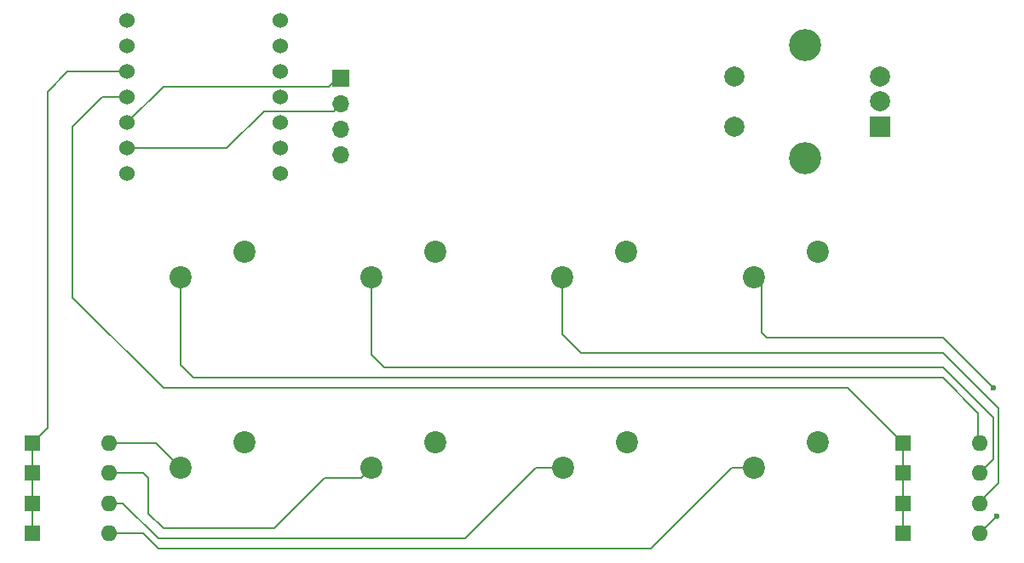
<source format=gbr>
%TF.GenerationSoftware,KiCad,Pcbnew,8.0.6*%
%TF.CreationDate,2024-10-26T22:47:31+05:30*%
%TF.ProjectId,Macropad,4d616372-6f70-4616-942e-6b696361645f,rev?*%
%TF.SameCoordinates,Original*%
%TF.FileFunction,Copper,L2,Bot*%
%TF.FilePolarity,Positive*%
%FSLAX46Y46*%
G04 Gerber Fmt 4.6, Leading zero omitted, Abs format (unit mm)*
G04 Created by KiCad (PCBNEW 8.0.6) date 2024-10-26 22:47:31*
%MOMM*%
%LPD*%
G01*
G04 APERTURE LIST*
%TA.AperFunction,ComponentPad*%
%ADD10C,2.200000*%
%TD*%
%TA.AperFunction,ComponentPad*%
%ADD11R,1.600000X1.600000*%
%TD*%
%TA.AperFunction,ComponentPad*%
%ADD12O,1.600000X1.600000*%
%TD*%
%TA.AperFunction,ComponentPad*%
%ADD13R,2.000000X2.000000*%
%TD*%
%TA.AperFunction,ComponentPad*%
%ADD14C,2.000000*%
%TD*%
%TA.AperFunction,ComponentPad*%
%ADD15C,3.200000*%
%TD*%
%TA.AperFunction,ComponentPad*%
%ADD16C,1.524000*%
%TD*%
%TA.AperFunction,ComponentPad*%
%ADD17R,1.700000X1.700000*%
%TD*%
%TA.AperFunction,ComponentPad*%
%ADD18O,1.700000X1.700000*%
%TD*%
%TA.AperFunction,ViaPad*%
%ADD19C,0.600000*%
%TD*%
%TA.AperFunction,Conductor*%
%ADD20C,0.200000*%
%TD*%
G04 APERTURE END LIST*
D10*
%TO.P,SW3,1,1*%
%TO.N,Column 2*%
X128540000Y-109920000D03*
%TO.P,SW3,2,2*%
%TO.N,Net-(D3-A)*%
X122190000Y-112460000D03*
%TD*%
D11*
%TO.P,D8,1,K*%
%TO.N,Row 1*%
X69500000Y-138000000D03*
D12*
%TO.P,D8,2,A*%
%TO.N,Net-(D8-A)*%
X77120000Y-138000000D03*
%TD*%
D13*
%TO.P,SW9,A,A*%
%TO.N,ENC A*%
X153750000Y-97500000D03*
D14*
%TO.P,SW9,B,B*%
%TO.N,ENC B*%
X153750000Y-92500000D03*
%TO.P,SW9,C,C*%
%TO.N,GND*%
X153750000Y-95000000D03*
D15*
%TO.P,SW9,MP*%
%TO.N,N/C*%
X146250000Y-100600000D03*
X146250000Y-89400000D03*
D14*
%TO.P,SW9,S1,S1*%
%TO.N,enc switch*%
X139250000Y-92500000D03*
%TO.P,SW9,S2,S2*%
%TO.N,GND*%
X139250000Y-97500000D03*
%TD*%
D10*
%TO.P,SW8,1,1*%
%TO.N,Column 3*%
X147540000Y-128920000D03*
%TO.P,SW8,2,2*%
%TO.N,Net-(D8-A)*%
X141190000Y-131460000D03*
%TD*%
D11*
%TO.P,D4,1,K*%
%TO.N,Row 0*%
X156000000Y-138000000D03*
D12*
%TO.P,D4,2,A*%
%TO.N,Net-(D4-A)*%
X163620000Y-138000000D03*
%TD*%
D10*
%TO.P,SW4,1,1*%
%TO.N,Column 3*%
X147540000Y-109920000D03*
%TO.P,SW4,2,2*%
%TO.N,Net-(D4-A)*%
X141190000Y-112460000D03*
%TD*%
D16*
%TO.P,U1,1,PA02_A0_D0*%
%TO.N,ENC A*%
X78880000Y-86960000D03*
%TO.P,U1,2,PA4_A1_D1*%
%TO.N,ENC B*%
X78880000Y-89500000D03*
%TO.P,U1,3,PA10_A2_D2*%
%TO.N,Row 1*%
X78880000Y-92040000D03*
%TO.P,U1,4,PA11_A3_D3*%
%TO.N,Row 0*%
X78880000Y-94580000D03*
%TO.P,U1,5,PA8_A4_D4_SDA*%
%TO.N,SDA*%
X78880000Y-97120000D03*
%TO.P,U1,6,PA9_A5_D5_SCL*%
%TO.N,SCL*%
X78880000Y-99660000D03*
%TO.P,U1,7,PB08_A6_D6_TX*%
%TO.N,enc switch*%
X78880000Y-102200000D03*
%TO.P,U1,8,PB09_A7_D7_RX*%
%TO.N,Column 3*%
X94120000Y-102200000D03*
%TO.P,U1,9,PA7_A8_D8_SCK*%
%TO.N,Column 2*%
X94120000Y-99660000D03*
%TO.P,U1,10,PA5_A9_D9_MISO*%
%TO.N,Column 1*%
X94120000Y-97120000D03*
%TO.P,U1,11,PA6_A10_D10_MOSI*%
%TO.N,Column 0*%
X94120000Y-94580000D03*
%TO.P,U1,12,3V3*%
%TO.N,3v3*%
X94120000Y-92040000D03*
%TO.P,U1,13,GND*%
%TO.N,GND*%
X94120000Y-89500000D03*
%TO.P,U1,14,5V*%
%TO.N,unconnected-(U1-5V-Pad14)*%
X94120000Y-86960000D03*
%TD*%
D10*
%TO.P,SW6,1,1*%
%TO.N,Column 1*%
X109540000Y-128920000D03*
%TO.P,SW6,2,2*%
%TO.N,Net-(D6-A)*%
X103190000Y-131460000D03*
%TD*%
D11*
%TO.P,D1,1,K*%
%TO.N,Row 0*%
X156000000Y-129000000D03*
D12*
%TO.P,D1,2,A*%
%TO.N,Net-(D1-A)*%
X163620000Y-129000000D03*
%TD*%
D11*
%TO.P,D7,1,K*%
%TO.N,Row 1*%
X69500000Y-135000000D03*
D12*
%TO.P,D7,2,A*%
%TO.N,Net-(D7-A)*%
X77120000Y-135000000D03*
%TD*%
D17*
%TO.P,J1,1*%
%TO.N,N/C*%
X100150000Y-92700000D03*
D18*
%TO.P,J1,2*%
X100150000Y-95240000D03*
%TO.P,J1,3*%
X100150000Y-97780000D03*
%TO.P,J1,4*%
X100150000Y-100320000D03*
%TD*%
D10*
%TO.P,SW2,1,1*%
%TO.N,Column 1*%
X109540000Y-109920000D03*
%TO.P,SW2,2,2*%
%TO.N,Net-(D2-A)*%
X103190000Y-112460000D03*
%TD*%
%TO.P,SW1,1,1*%
%TO.N,Column 0*%
X90540000Y-109920000D03*
%TO.P,SW1,2,2*%
%TO.N,Net-(D1-A)*%
X84190000Y-112460000D03*
%TD*%
D11*
%TO.P,D2,1,K*%
%TO.N,Row 0*%
X156000000Y-132000000D03*
D12*
%TO.P,D2,2,A*%
%TO.N,Net-(D2-A)*%
X163620000Y-132000000D03*
%TD*%
D11*
%TO.P,D3,1,K*%
%TO.N,Row 0*%
X156000000Y-135000000D03*
D12*
%TO.P,D3,2,A*%
%TO.N,Net-(D3-A)*%
X163620000Y-135000000D03*
%TD*%
D10*
%TO.P,SW5,1,1*%
%TO.N,Column 0*%
X90540000Y-128920000D03*
%TO.P,SW5,2,2*%
%TO.N,Net-(D5-A)*%
X84190000Y-131460000D03*
%TD*%
D11*
%TO.P,D6,1,K*%
%TO.N,Row 1*%
X69500000Y-132000000D03*
D12*
%TO.P,D6,2,A*%
%TO.N,Net-(D6-A)*%
X77120000Y-132000000D03*
%TD*%
D11*
%TO.P,D5,1,K*%
%TO.N,Row 1*%
X69500000Y-129000000D03*
D12*
%TO.P,D5,2,A*%
%TO.N,Net-(D5-A)*%
X77120000Y-129000000D03*
%TD*%
D10*
%TO.P,SW7,1,1*%
%TO.N,Column 2*%
X128620000Y-128920000D03*
%TO.P,SW7,2,2*%
%TO.N,Net-(D7-A)*%
X122270000Y-131460000D03*
%TD*%
D19*
%TO.N,Net-(D4-A)*%
X165000000Y-123500000D03*
X165310000Y-136310000D03*
%TD*%
D20*
%TO.N,Row 0*%
X156000000Y-132000000D02*
X156000000Y-135000000D01*
X73500000Y-114500000D02*
X82500000Y-123500000D01*
X73500000Y-97500000D02*
X73500000Y-114500000D01*
X78880000Y-94580000D02*
X76420000Y-94580000D01*
X150500000Y-123500000D02*
X156000000Y-129000000D01*
X76420000Y-94580000D02*
X73500000Y-97500000D01*
X156000000Y-129000000D02*
X156000000Y-132000000D01*
X156000000Y-135000000D02*
X156000000Y-138000000D01*
X82500000Y-123500000D02*
X150500000Y-123500000D01*
%TO.N,Net-(D1-A)*%
X85500000Y-122500000D02*
X160000000Y-122500000D01*
X163500000Y-128880000D02*
X163620000Y-129000000D01*
X84190000Y-112460000D02*
X84190000Y-121190000D01*
X160000000Y-122500000D02*
X163500000Y-126000000D01*
X163500000Y-126000000D02*
X163500000Y-128880000D01*
X84190000Y-121190000D02*
X85500000Y-122500000D01*
%TO.N,Net-(D2-A)*%
X160000000Y-121500000D02*
X165000000Y-126500000D01*
X165000000Y-126500000D02*
X165000000Y-130620000D01*
X104500000Y-121500000D02*
X160000000Y-121500000D01*
X103190000Y-112460000D02*
X103190000Y-120190000D01*
X165000000Y-130620000D02*
X163620000Y-132000000D01*
X103190000Y-120190000D02*
X104500000Y-121500000D01*
%TO.N,Net-(D3-A)*%
X165500000Y-133000000D02*
X163620000Y-134880000D01*
X122190000Y-112460000D02*
X122190000Y-118190000D01*
X160000000Y-120000000D02*
X165500000Y-125500000D01*
X124000000Y-120000000D02*
X160000000Y-120000000D01*
X163620000Y-134880000D02*
X163620000Y-135000000D01*
X122190000Y-118190000D02*
X124000000Y-120000000D01*
X165500000Y-125500000D02*
X165500000Y-133000000D01*
%TO.N,Net-(D4-A)*%
X142000000Y-113270000D02*
X142000000Y-118000000D01*
X160000000Y-118500000D02*
X165000000Y-123500000D01*
X142500000Y-118500000D02*
X160000000Y-118500000D01*
X165310000Y-136310000D02*
X163620000Y-138000000D01*
X142000000Y-118000000D02*
X142500000Y-118500000D01*
X141190000Y-112460000D02*
X142000000Y-113270000D01*
%TO.N,Net-(D5-A)*%
X77120000Y-129000000D02*
X81730000Y-129000000D01*
X81730000Y-129000000D02*
X84190000Y-131460000D01*
%TO.N,Row 1*%
X72960000Y-92040000D02*
X71000000Y-94000000D01*
X69500000Y-135000000D02*
X69500000Y-138000000D01*
X69500000Y-129000000D02*
X69500000Y-132000000D01*
X78880000Y-92040000D02*
X72960000Y-92040000D01*
X71000000Y-127500000D02*
X69500000Y-129000000D01*
X71000000Y-94000000D02*
X71000000Y-127500000D01*
X69500000Y-132000000D02*
X69500000Y-135000000D01*
%TO.N,Net-(D6-A)*%
X80500000Y-132000000D02*
X81000000Y-132500000D01*
X77120000Y-132000000D02*
X80500000Y-132000000D01*
X93500000Y-137500000D02*
X98500000Y-132500000D01*
X98500000Y-132500000D02*
X102150000Y-132500000D01*
X81000000Y-136000000D02*
X82500000Y-137500000D01*
X81000000Y-132500000D02*
X81000000Y-136000000D01*
X82500000Y-137500000D02*
X93500000Y-137500000D01*
X102150000Y-132500000D02*
X103190000Y-131460000D01*
%TO.N,Net-(D7-A)*%
X78500000Y-135000000D02*
X82000000Y-138500000D01*
X112500000Y-138500000D02*
X119540000Y-131460000D01*
X77120000Y-135000000D02*
X78500000Y-135000000D01*
X119540000Y-131460000D02*
X122270000Y-131460000D01*
X82000000Y-138500000D02*
X112500000Y-138500000D01*
%TO.N,Net-(D8-A)*%
X131000000Y-139500000D02*
X139040000Y-131460000D01*
X80500000Y-138000000D02*
X82000000Y-139500000D01*
X77120000Y-138000000D02*
X80500000Y-138000000D01*
X82000000Y-139500000D02*
X131000000Y-139500000D01*
X139040000Y-131460000D02*
X141190000Y-131460000D01*
%TO.N,SCL*%
X78880000Y-99660000D02*
X88840000Y-99660000D01*
X99500000Y-96000000D02*
X100000000Y-95500000D01*
X92500000Y-96000000D02*
X99500000Y-96000000D01*
X88840000Y-99660000D02*
X92500000Y-96000000D01*
%TO.N,SDA*%
X99000000Y-93500000D02*
X99500000Y-93000000D01*
X78880000Y-97120000D02*
X82500000Y-93500000D01*
X82500000Y-93500000D02*
X97500000Y-93500000D01*
X97500000Y-93500000D02*
X99000000Y-93500000D01*
%TD*%
M02*

</source>
